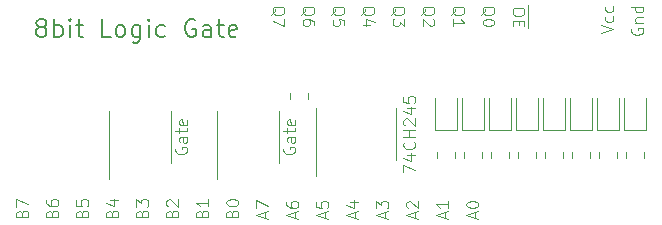
<source format=gbr>
%TF.GenerationSoftware,KiCad,Pcbnew,(5.1.10-1-10_14)*%
%TF.CreationDate,2021-12-18T11:23:09-05:00*%
%TF.ProjectId,Modules,4d6f6475-6c65-4732-9e6b-696361645f70,rev?*%
%TF.SameCoordinates,Original*%
%TF.FileFunction,Legend,Top*%
%TF.FilePolarity,Positive*%
%FSLAX46Y46*%
G04 Gerber Fmt 4.6, Leading zero omitted, Abs format (unit mm)*
G04 Created by KiCad (PCBNEW (5.1.10-1-10_14)) date 2021-12-18 11:23:09*
%MOMM*%
%LPD*%
G01*
G04 APERTURE LIST*
%ADD10C,0.100000*%
%ADD11C,0.150000*%
%ADD12C,0.120000*%
G04 APERTURE END LIST*
D10*
X154646380Y-107805761D02*
X154694000Y-107710523D01*
X154789238Y-107615285D01*
X154932095Y-107472428D01*
X154979714Y-107377190D01*
X154979714Y-107281952D01*
X154741619Y-107329571D02*
X154789238Y-107234333D01*
X154884476Y-107139095D01*
X155074952Y-107091476D01*
X155408285Y-107091476D01*
X155598761Y-107139095D01*
X155694000Y-107234333D01*
X155741619Y-107329571D01*
X155741619Y-107520047D01*
X155694000Y-107615285D01*
X155598761Y-107710523D01*
X155408285Y-107758142D01*
X155074952Y-107758142D01*
X154884476Y-107710523D01*
X154789238Y-107615285D01*
X154741619Y-107520047D01*
X154741619Y-107329571D01*
X155741619Y-108091476D02*
X155741619Y-108758142D01*
X154741619Y-108329571D01*
X157186380Y-107805761D02*
X157234000Y-107710523D01*
X157329238Y-107615285D01*
X157472095Y-107472428D01*
X157519714Y-107377190D01*
X157519714Y-107281952D01*
X157281619Y-107329571D02*
X157329238Y-107234333D01*
X157424476Y-107139095D01*
X157614952Y-107091476D01*
X157948285Y-107091476D01*
X158138761Y-107139095D01*
X158234000Y-107234333D01*
X158281619Y-107329571D01*
X158281619Y-107520047D01*
X158234000Y-107615285D01*
X158138761Y-107710523D01*
X157948285Y-107758142D01*
X157614952Y-107758142D01*
X157424476Y-107710523D01*
X157329238Y-107615285D01*
X157281619Y-107520047D01*
X157281619Y-107329571D01*
X158281619Y-108615285D02*
X158281619Y-108424809D01*
X158234000Y-108329571D01*
X158186380Y-108281952D01*
X158043523Y-108186714D01*
X157853047Y-108139095D01*
X157472095Y-108139095D01*
X157376857Y-108186714D01*
X157329238Y-108234333D01*
X157281619Y-108329571D01*
X157281619Y-108520047D01*
X157329238Y-108615285D01*
X157376857Y-108662904D01*
X157472095Y-108710523D01*
X157710190Y-108710523D01*
X157805428Y-108662904D01*
X157853047Y-108615285D01*
X157900666Y-108520047D01*
X157900666Y-108329571D01*
X157853047Y-108234333D01*
X157805428Y-108186714D01*
X157710190Y-108139095D01*
D11*
X135034928Y-108787428D02*
X134892071Y-108716000D01*
X134820642Y-108644571D01*
X134749214Y-108501714D01*
X134749214Y-108430285D01*
X134820642Y-108287428D01*
X134892071Y-108216000D01*
X135034928Y-108144571D01*
X135320642Y-108144571D01*
X135463500Y-108216000D01*
X135534928Y-108287428D01*
X135606357Y-108430285D01*
X135606357Y-108501714D01*
X135534928Y-108644571D01*
X135463500Y-108716000D01*
X135320642Y-108787428D01*
X135034928Y-108787428D01*
X134892071Y-108858857D01*
X134820642Y-108930285D01*
X134749214Y-109073142D01*
X134749214Y-109358857D01*
X134820642Y-109501714D01*
X134892071Y-109573142D01*
X135034928Y-109644571D01*
X135320642Y-109644571D01*
X135463500Y-109573142D01*
X135534928Y-109501714D01*
X135606357Y-109358857D01*
X135606357Y-109073142D01*
X135534928Y-108930285D01*
X135463500Y-108858857D01*
X135320642Y-108787428D01*
X136249214Y-109644571D02*
X136249214Y-108144571D01*
X136249214Y-108716000D02*
X136392071Y-108644571D01*
X136677785Y-108644571D01*
X136820642Y-108716000D01*
X136892071Y-108787428D01*
X136963500Y-108930285D01*
X136963500Y-109358857D01*
X136892071Y-109501714D01*
X136820642Y-109573142D01*
X136677785Y-109644571D01*
X136392071Y-109644571D01*
X136249214Y-109573142D01*
X137606357Y-109644571D02*
X137606357Y-108644571D01*
X137606357Y-108144571D02*
X137534928Y-108216000D01*
X137606357Y-108287428D01*
X137677785Y-108216000D01*
X137606357Y-108144571D01*
X137606357Y-108287428D01*
X138106357Y-108644571D02*
X138677785Y-108644571D01*
X138320642Y-108144571D02*
X138320642Y-109430285D01*
X138392071Y-109573142D01*
X138534928Y-109644571D01*
X138677785Y-109644571D01*
X141034928Y-109644571D02*
X140320642Y-109644571D01*
X140320642Y-108144571D01*
X141749214Y-109644571D02*
X141606357Y-109573142D01*
X141534928Y-109501714D01*
X141463500Y-109358857D01*
X141463500Y-108930285D01*
X141534928Y-108787428D01*
X141606357Y-108716000D01*
X141749214Y-108644571D01*
X141963500Y-108644571D01*
X142106357Y-108716000D01*
X142177785Y-108787428D01*
X142249214Y-108930285D01*
X142249214Y-109358857D01*
X142177785Y-109501714D01*
X142106357Y-109573142D01*
X141963500Y-109644571D01*
X141749214Y-109644571D01*
X143534928Y-108644571D02*
X143534928Y-109858857D01*
X143463500Y-110001714D01*
X143392071Y-110073142D01*
X143249214Y-110144571D01*
X143034928Y-110144571D01*
X142892071Y-110073142D01*
X143534928Y-109573142D02*
X143392071Y-109644571D01*
X143106357Y-109644571D01*
X142963500Y-109573142D01*
X142892071Y-109501714D01*
X142820642Y-109358857D01*
X142820642Y-108930285D01*
X142892071Y-108787428D01*
X142963500Y-108716000D01*
X143106357Y-108644571D01*
X143392071Y-108644571D01*
X143534928Y-108716000D01*
X144249214Y-109644571D02*
X144249214Y-108644571D01*
X144249214Y-108144571D02*
X144177785Y-108216000D01*
X144249214Y-108287428D01*
X144320642Y-108216000D01*
X144249214Y-108144571D01*
X144249214Y-108287428D01*
X145606357Y-109573142D02*
X145463500Y-109644571D01*
X145177785Y-109644571D01*
X145034928Y-109573142D01*
X144963500Y-109501714D01*
X144892071Y-109358857D01*
X144892071Y-108930285D01*
X144963500Y-108787428D01*
X145034928Y-108716000D01*
X145177785Y-108644571D01*
X145463500Y-108644571D01*
X145606357Y-108716000D01*
X148177785Y-108216000D02*
X148034928Y-108144571D01*
X147820642Y-108144571D01*
X147606357Y-108216000D01*
X147463500Y-108358857D01*
X147392071Y-108501714D01*
X147320642Y-108787428D01*
X147320642Y-109001714D01*
X147392071Y-109287428D01*
X147463500Y-109430285D01*
X147606357Y-109573142D01*
X147820642Y-109644571D01*
X147963500Y-109644571D01*
X148177785Y-109573142D01*
X148249214Y-109501714D01*
X148249214Y-109001714D01*
X147963500Y-109001714D01*
X149534928Y-109644571D02*
X149534928Y-108858857D01*
X149463500Y-108716000D01*
X149320642Y-108644571D01*
X149034928Y-108644571D01*
X148892071Y-108716000D01*
X149534928Y-109573142D02*
X149392071Y-109644571D01*
X149034928Y-109644571D01*
X148892071Y-109573142D01*
X148820642Y-109430285D01*
X148820642Y-109287428D01*
X148892071Y-109144571D01*
X149034928Y-109073142D01*
X149392071Y-109073142D01*
X149534928Y-109001714D01*
X150034928Y-108644571D02*
X150606357Y-108644571D01*
X150249214Y-108144571D02*
X150249214Y-109430285D01*
X150320642Y-109573142D01*
X150463500Y-109644571D01*
X150606357Y-109644571D01*
X151677785Y-109573142D02*
X151534928Y-109644571D01*
X151249214Y-109644571D01*
X151106357Y-109573142D01*
X151034928Y-109430285D01*
X151034928Y-108858857D01*
X151106357Y-108716000D01*
X151249214Y-108644571D01*
X151534928Y-108644571D01*
X151677785Y-108716000D01*
X151749214Y-108858857D01*
X151749214Y-109001714D01*
X151034928Y-109144571D01*
D10*
X185174000Y-108901095D02*
X185126380Y-108996333D01*
X185126380Y-109139190D01*
X185174000Y-109282047D01*
X185269238Y-109377285D01*
X185364476Y-109424904D01*
X185554952Y-109472523D01*
X185697809Y-109472523D01*
X185888285Y-109424904D01*
X185983523Y-109377285D01*
X186078761Y-109282047D01*
X186126380Y-109139190D01*
X186126380Y-109043952D01*
X186078761Y-108901095D01*
X186031142Y-108853476D01*
X185697809Y-108853476D01*
X185697809Y-109043952D01*
X185459714Y-108424904D02*
X186126380Y-108424904D01*
X185554952Y-108424904D02*
X185507333Y-108377285D01*
X185459714Y-108282047D01*
X185459714Y-108139190D01*
X185507333Y-108043952D01*
X185602571Y-107996333D01*
X186126380Y-107996333D01*
X186126380Y-107091571D02*
X185126380Y-107091571D01*
X186078761Y-107091571D02*
X186126380Y-107186809D01*
X186126380Y-107377285D01*
X186078761Y-107472523D01*
X186031142Y-107520142D01*
X185935904Y-107567761D01*
X185650190Y-107567761D01*
X185554952Y-107520142D01*
X185507333Y-107472523D01*
X185459714Y-107377285D01*
X185459714Y-107186809D01*
X185507333Y-107091571D01*
X182586380Y-109313761D02*
X183586380Y-108980428D01*
X182586380Y-108647095D01*
X183538761Y-107885190D02*
X183586380Y-107980428D01*
X183586380Y-108170904D01*
X183538761Y-108266142D01*
X183491142Y-108313761D01*
X183395904Y-108361380D01*
X183110190Y-108361380D01*
X183014952Y-108313761D01*
X182967333Y-108266142D01*
X182919714Y-108170904D01*
X182919714Y-107980428D01*
X182967333Y-107885190D01*
X183538761Y-107028047D02*
X183586380Y-107123285D01*
X183586380Y-107313761D01*
X183538761Y-107409000D01*
X183491142Y-107456619D01*
X183395904Y-107504238D01*
X183110190Y-107504238D01*
X183014952Y-107456619D01*
X182967333Y-107409000D01*
X182919714Y-107313761D01*
X182919714Y-107123285D01*
X182967333Y-107028047D01*
X171870666Y-124966523D02*
X171870666Y-124490333D01*
X172156380Y-125061761D02*
X171156380Y-124728428D01*
X172156380Y-124395095D01*
X171156380Y-123871285D02*
X171156380Y-123776047D01*
X171204000Y-123680809D01*
X171251619Y-123633190D01*
X171346857Y-123585571D01*
X171537333Y-123537952D01*
X171775428Y-123537952D01*
X171965904Y-123585571D01*
X172061142Y-123633190D01*
X172108761Y-123680809D01*
X172156380Y-123776047D01*
X172156380Y-123871285D01*
X172108761Y-123966523D01*
X172061142Y-124014142D01*
X171965904Y-124061761D01*
X171775428Y-124109380D01*
X171537333Y-124109380D01*
X171346857Y-124061761D01*
X171251619Y-124014142D01*
X171204000Y-123966523D01*
X171156380Y-123871285D01*
X169330666Y-124966523D02*
X169330666Y-124490333D01*
X169616380Y-125061761D02*
X168616380Y-124728428D01*
X169616380Y-124395095D01*
X169616380Y-123537952D02*
X169616380Y-124109380D01*
X169616380Y-123823666D02*
X168616380Y-123823666D01*
X168759238Y-123918904D01*
X168854476Y-124014142D01*
X168902095Y-124109380D01*
X166790666Y-124966523D02*
X166790666Y-124490333D01*
X167076380Y-125061761D02*
X166076380Y-124728428D01*
X167076380Y-124395095D01*
X166171619Y-124109380D02*
X166124000Y-124061761D01*
X166076380Y-123966523D01*
X166076380Y-123728428D01*
X166124000Y-123633190D01*
X166171619Y-123585571D01*
X166266857Y-123537952D01*
X166362095Y-123537952D01*
X166504952Y-123585571D01*
X167076380Y-124157000D01*
X167076380Y-123537952D01*
X164250666Y-124966523D02*
X164250666Y-124490333D01*
X164536380Y-125061761D02*
X163536380Y-124728428D01*
X164536380Y-124395095D01*
X163536380Y-124157000D02*
X163536380Y-123537952D01*
X163917333Y-123871285D01*
X163917333Y-123728428D01*
X163964952Y-123633190D01*
X164012571Y-123585571D01*
X164107809Y-123537952D01*
X164345904Y-123537952D01*
X164441142Y-123585571D01*
X164488761Y-123633190D01*
X164536380Y-123728428D01*
X164536380Y-124014142D01*
X164488761Y-124109380D01*
X164441142Y-124157000D01*
X161710666Y-124966523D02*
X161710666Y-124490333D01*
X161996380Y-125061761D02*
X160996380Y-124728428D01*
X161996380Y-124395095D01*
X161329714Y-123633190D02*
X161996380Y-123633190D01*
X160948761Y-123871285D02*
X161663047Y-124109380D01*
X161663047Y-123490333D01*
X159170666Y-124966523D02*
X159170666Y-124490333D01*
X159456380Y-125061761D02*
X158456380Y-124728428D01*
X159456380Y-124395095D01*
X158456380Y-123585571D02*
X158456380Y-124061761D01*
X158932571Y-124109380D01*
X158884952Y-124061761D01*
X158837333Y-123966523D01*
X158837333Y-123728428D01*
X158884952Y-123633190D01*
X158932571Y-123585571D01*
X159027809Y-123537952D01*
X159265904Y-123537952D01*
X159361142Y-123585571D01*
X159408761Y-123633190D01*
X159456380Y-123728428D01*
X159456380Y-123966523D01*
X159408761Y-124061761D01*
X159361142Y-124109380D01*
X156630666Y-124966523D02*
X156630666Y-124490333D01*
X156916380Y-125061761D02*
X155916380Y-124728428D01*
X156916380Y-124395095D01*
X155916380Y-123633190D02*
X155916380Y-123823666D01*
X155964000Y-123918904D01*
X156011619Y-123966523D01*
X156154476Y-124061761D01*
X156344952Y-124109380D01*
X156725904Y-124109380D01*
X156821142Y-124061761D01*
X156868761Y-124014142D01*
X156916380Y-123918904D01*
X156916380Y-123728428D01*
X156868761Y-123633190D01*
X156821142Y-123585571D01*
X156725904Y-123537952D01*
X156487809Y-123537952D01*
X156392571Y-123585571D01*
X156344952Y-123633190D01*
X156297333Y-123728428D01*
X156297333Y-123918904D01*
X156344952Y-124014142D01*
X156392571Y-124061761D01*
X156487809Y-124109380D01*
X154090666Y-124966523D02*
X154090666Y-124490333D01*
X154376380Y-125061761D02*
X153376380Y-124728428D01*
X154376380Y-124395095D01*
X153376380Y-124157000D02*
X153376380Y-123490333D01*
X154376380Y-123918904D01*
X151312571Y-124585571D02*
X151360190Y-124442714D01*
X151407809Y-124395095D01*
X151503047Y-124347476D01*
X151645904Y-124347476D01*
X151741142Y-124395095D01*
X151788761Y-124442714D01*
X151836380Y-124537952D01*
X151836380Y-124918904D01*
X150836380Y-124918904D01*
X150836380Y-124585571D01*
X150884000Y-124490333D01*
X150931619Y-124442714D01*
X151026857Y-124395095D01*
X151122095Y-124395095D01*
X151217333Y-124442714D01*
X151264952Y-124490333D01*
X151312571Y-124585571D01*
X151312571Y-124918904D01*
X150836380Y-123728428D02*
X150836380Y-123633190D01*
X150884000Y-123537952D01*
X150931619Y-123490333D01*
X151026857Y-123442714D01*
X151217333Y-123395095D01*
X151455428Y-123395095D01*
X151645904Y-123442714D01*
X151741142Y-123490333D01*
X151788761Y-123537952D01*
X151836380Y-123633190D01*
X151836380Y-123728428D01*
X151788761Y-123823666D01*
X151741142Y-123871285D01*
X151645904Y-123918904D01*
X151455428Y-123966523D01*
X151217333Y-123966523D01*
X151026857Y-123918904D01*
X150931619Y-123871285D01*
X150884000Y-123823666D01*
X150836380Y-123728428D01*
X148772571Y-124585571D02*
X148820190Y-124442714D01*
X148867809Y-124395095D01*
X148963047Y-124347476D01*
X149105904Y-124347476D01*
X149201142Y-124395095D01*
X149248761Y-124442714D01*
X149296380Y-124537952D01*
X149296380Y-124918904D01*
X148296380Y-124918904D01*
X148296380Y-124585571D01*
X148344000Y-124490333D01*
X148391619Y-124442714D01*
X148486857Y-124395095D01*
X148582095Y-124395095D01*
X148677333Y-124442714D01*
X148724952Y-124490333D01*
X148772571Y-124585571D01*
X148772571Y-124918904D01*
X149296380Y-123395095D02*
X149296380Y-123966523D01*
X149296380Y-123680809D02*
X148296380Y-123680809D01*
X148439238Y-123776047D01*
X148534476Y-123871285D01*
X148582095Y-123966523D01*
X146232571Y-124585571D02*
X146280190Y-124442714D01*
X146327809Y-124395095D01*
X146423047Y-124347476D01*
X146565904Y-124347476D01*
X146661142Y-124395095D01*
X146708761Y-124442714D01*
X146756380Y-124537952D01*
X146756380Y-124918904D01*
X145756380Y-124918904D01*
X145756380Y-124585571D01*
X145804000Y-124490333D01*
X145851619Y-124442714D01*
X145946857Y-124395095D01*
X146042095Y-124395095D01*
X146137333Y-124442714D01*
X146184952Y-124490333D01*
X146232571Y-124585571D01*
X146232571Y-124918904D01*
X145851619Y-123966523D02*
X145804000Y-123918904D01*
X145756380Y-123823666D01*
X145756380Y-123585571D01*
X145804000Y-123490333D01*
X145851619Y-123442714D01*
X145946857Y-123395095D01*
X146042095Y-123395095D01*
X146184952Y-123442714D01*
X146756380Y-124014142D01*
X146756380Y-123395095D01*
X143692571Y-124585571D02*
X143740190Y-124442714D01*
X143787809Y-124395095D01*
X143883047Y-124347476D01*
X144025904Y-124347476D01*
X144121142Y-124395095D01*
X144168761Y-124442714D01*
X144216380Y-124537952D01*
X144216380Y-124918904D01*
X143216380Y-124918904D01*
X143216380Y-124585571D01*
X143264000Y-124490333D01*
X143311619Y-124442714D01*
X143406857Y-124395095D01*
X143502095Y-124395095D01*
X143597333Y-124442714D01*
X143644952Y-124490333D01*
X143692571Y-124585571D01*
X143692571Y-124918904D01*
X143216380Y-124014142D02*
X143216380Y-123395095D01*
X143597333Y-123728428D01*
X143597333Y-123585571D01*
X143644952Y-123490333D01*
X143692571Y-123442714D01*
X143787809Y-123395095D01*
X144025904Y-123395095D01*
X144121142Y-123442714D01*
X144168761Y-123490333D01*
X144216380Y-123585571D01*
X144216380Y-123871285D01*
X144168761Y-123966523D01*
X144121142Y-124014142D01*
X141152571Y-124585571D02*
X141200190Y-124442714D01*
X141247809Y-124395095D01*
X141343047Y-124347476D01*
X141485904Y-124347476D01*
X141581142Y-124395095D01*
X141628761Y-124442714D01*
X141676380Y-124537952D01*
X141676380Y-124918904D01*
X140676380Y-124918904D01*
X140676380Y-124585571D01*
X140724000Y-124490333D01*
X140771619Y-124442714D01*
X140866857Y-124395095D01*
X140962095Y-124395095D01*
X141057333Y-124442714D01*
X141104952Y-124490333D01*
X141152571Y-124585571D01*
X141152571Y-124918904D01*
X141009714Y-123490333D02*
X141676380Y-123490333D01*
X140628761Y-123728428D02*
X141343047Y-123966523D01*
X141343047Y-123347476D01*
X138612571Y-124585571D02*
X138660190Y-124442714D01*
X138707809Y-124395095D01*
X138803047Y-124347476D01*
X138945904Y-124347476D01*
X139041142Y-124395095D01*
X139088761Y-124442714D01*
X139136380Y-124537952D01*
X139136380Y-124918904D01*
X138136380Y-124918904D01*
X138136380Y-124585571D01*
X138184000Y-124490333D01*
X138231619Y-124442714D01*
X138326857Y-124395095D01*
X138422095Y-124395095D01*
X138517333Y-124442714D01*
X138564952Y-124490333D01*
X138612571Y-124585571D01*
X138612571Y-124918904D01*
X138136380Y-123442714D02*
X138136380Y-123918904D01*
X138612571Y-123966523D01*
X138564952Y-123918904D01*
X138517333Y-123823666D01*
X138517333Y-123585571D01*
X138564952Y-123490333D01*
X138612571Y-123442714D01*
X138707809Y-123395095D01*
X138945904Y-123395095D01*
X139041142Y-123442714D01*
X139088761Y-123490333D01*
X139136380Y-123585571D01*
X139136380Y-123823666D01*
X139088761Y-123918904D01*
X139041142Y-123966523D01*
X136072571Y-124585571D02*
X136120190Y-124442714D01*
X136167809Y-124395095D01*
X136263047Y-124347476D01*
X136405904Y-124347476D01*
X136501142Y-124395095D01*
X136548761Y-124442714D01*
X136596380Y-124537952D01*
X136596380Y-124918904D01*
X135596380Y-124918904D01*
X135596380Y-124585571D01*
X135644000Y-124490333D01*
X135691619Y-124442714D01*
X135786857Y-124395095D01*
X135882095Y-124395095D01*
X135977333Y-124442714D01*
X136024952Y-124490333D01*
X136072571Y-124585571D01*
X136072571Y-124918904D01*
X135596380Y-123490333D02*
X135596380Y-123680809D01*
X135644000Y-123776047D01*
X135691619Y-123823666D01*
X135834476Y-123918904D01*
X136024952Y-123966523D01*
X136405904Y-123966523D01*
X136501142Y-123918904D01*
X136548761Y-123871285D01*
X136596380Y-123776047D01*
X136596380Y-123585571D01*
X136548761Y-123490333D01*
X136501142Y-123442714D01*
X136405904Y-123395095D01*
X136167809Y-123395095D01*
X136072571Y-123442714D01*
X136024952Y-123490333D01*
X135977333Y-123585571D01*
X135977333Y-123776047D01*
X136024952Y-123871285D01*
X136072571Y-123918904D01*
X136167809Y-123966523D01*
X133532571Y-124585571D02*
X133580190Y-124442714D01*
X133627809Y-124395095D01*
X133723047Y-124347476D01*
X133865904Y-124347476D01*
X133961142Y-124395095D01*
X134008761Y-124442714D01*
X134056380Y-124537952D01*
X134056380Y-124918904D01*
X133056380Y-124918904D01*
X133056380Y-124585571D01*
X133104000Y-124490333D01*
X133151619Y-124442714D01*
X133246857Y-124395095D01*
X133342095Y-124395095D01*
X133437333Y-124442714D01*
X133484952Y-124490333D01*
X133532571Y-124585571D01*
X133532571Y-124918904D01*
X133056380Y-124014142D02*
X133056380Y-123347476D01*
X134056380Y-123776047D01*
X159726380Y-107805761D02*
X159774000Y-107710523D01*
X159869238Y-107615285D01*
X160012095Y-107472428D01*
X160059714Y-107377190D01*
X160059714Y-107281952D01*
X159821619Y-107329571D02*
X159869238Y-107234333D01*
X159964476Y-107139095D01*
X160154952Y-107091476D01*
X160488285Y-107091476D01*
X160678761Y-107139095D01*
X160774000Y-107234333D01*
X160821619Y-107329571D01*
X160821619Y-107520047D01*
X160774000Y-107615285D01*
X160678761Y-107710523D01*
X160488285Y-107758142D01*
X160154952Y-107758142D01*
X159964476Y-107710523D01*
X159869238Y-107615285D01*
X159821619Y-107520047D01*
X159821619Y-107329571D01*
X160821619Y-108662904D02*
X160821619Y-108186714D01*
X160345428Y-108139095D01*
X160393047Y-108186714D01*
X160440666Y-108281952D01*
X160440666Y-108520047D01*
X160393047Y-108615285D01*
X160345428Y-108662904D01*
X160250190Y-108710523D01*
X160012095Y-108710523D01*
X159916857Y-108662904D01*
X159869238Y-108615285D01*
X159821619Y-108520047D01*
X159821619Y-108281952D01*
X159869238Y-108186714D01*
X159916857Y-108139095D01*
X162266380Y-107805761D02*
X162314000Y-107710523D01*
X162409238Y-107615285D01*
X162552095Y-107472428D01*
X162599714Y-107377190D01*
X162599714Y-107281952D01*
X162361619Y-107329571D02*
X162409238Y-107234333D01*
X162504476Y-107139095D01*
X162694952Y-107091476D01*
X163028285Y-107091476D01*
X163218761Y-107139095D01*
X163314000Y-107234333D01*
X163361619Y-107329571D01*
X163361619Y-107520047D01*
X163314000Y-107615285D01*
X163218761Y-107710523D01*
X163028285Y-107758142D01*
X162694952Y-107758142D01*
X162504476Y-107710523D01*
X162409238Y-107615285D01*
X162361619Y-107520047D01*
X162361619Y-107329571D01*
X163028285Y-108615285D02*
X162361619Y-108615285D01*
X163409238Y-108377190D02*
X162694952Y-108139095D01*
X162694952Y-108758142D01*
X164806380Y-107805761D02*
X164854000Y-107710523D01*
X164949238Y-107615285D01*
X165092095Y-107472428D01*
X165139714Y-107377190D01*
X165139714Y-107281952D01*
X164901619Y-107329571D02*
X164949238Y-107234333D01*
X165044476Y-107139095D01*
X165234952Y-107091476D01*
X165568285Y-107091476D01*
X165758761Y-107139095D01*
X165854000Y-107234333D01*
X165901619Y-107329571D01*
X165901619Y-107520047D01*
X165854000Y-107615285D01*
X165758761Y-107710523D01*
X165568285Y-107758142D01*
X165234952Y-107758142D01*
X165044476Y-107710523D01*
X164949238Y-107615285D01*
X164901619Y-107520047D01*
X164901619Y-107329571D01*
X165901619Y-108091476D02*
X165901619Y-108710523D01*
X165520666Y-108377190D01*
X165520666Y-108520047D01*
X165473047Y-108615285D01*
X165425428Y-108662904D01*
X165330190Y-108710523D01*
X165092095Y-108710523D01*
X164996857Y-108662904D01*
X164949238Y-108615285D01*
X164901619Y-108520047D01*
X164901619Y-108234333D01*
X164949238Y-108139095D01*
X164996857Y-108091476D01*
X167346380Y-107805761D02*
X167394000Y-107710523D01*
X167489238Y-107615285D01*
X167632095Y-107472428D01*
X167679714Y-107377190D01*
X167679714Y-107281952D01*
X167441619Y-107329571D02*
X167489238Y-107234333D01*
X167584476Y-107139095D01*
X167774952Y-107091476D01*
X168108285Y-107091476D01*
X168298761Y-107139095D01*
X168394000Y-107234333D01*
X168441619Y-107329571D01*
X168441619Y-107520047D01*
X168394000Y-107615285D01*
X168298761Y-107710523D01*
X168108285Y-107758142D01*
X167774952Y-107758142D01*
X167584476Y-107710523D01*
X167489238Y-107615285D01*
X167441619Y-107520047D01*
X167441619Y-107329571D01*
X168346380Y-108139095D02*
X168394000Y-108186714D01*
X168441619Y-108281952D01*
X168441619Y-108520047D01*
X168394000Y-108615285D01*
X168346380Y-108662904D01*
X168251142Y-108710523D01*
X168155904Y-108710523D01*
X168013047Y-108662904D01*
X167441619Y-108091476D01*
X167441619Y-108710523D01*
X169886380Y-107805761D02*
X169934000Y-107710523D01*
X170029238Y-107615285D01*
X170172095Y-107472428D01*
X170219714Y-107377190D01*
X170219714Y-107281952D01*
X169981619Y-107329571D02*
X170029238Y-107234333D01*
X170124476Y-107139095D01*
X170314952Y-107091476D01*
X170648285Y-107091476D01*
X170838761Y-107139095D01*
X170934000Y-107234333D01*
X170981619Y-107329571D01*
X170981619Y-107520047D01*
X170934000Y-107615285D01*
X170838761Y-107710523D01*
X170648285Y-107758142D01*
X170314952Y-107758142D01*
X170124476Y-107710523D01*
X170029238Y-107615285D01*
X169981619Y-107520047D01*
X169981619Y-107329571D01*
X169981619Y-108710523D02*
X169981619Y-108139095D01*
X169981619Y-108424809D02*
X170981619Y-108424809D01*
X170838761Y-108329571D01*
X170743523Y-108234333D01*
X170695904Y-108139095D01*
X172426380Y-107805761D02*
X172474000Y-107710523D01*
X172569238Y-107615285D01*
X172712095Y-107472428D01*
X172759714Y-107377190D01*
X172759714Y-107281952D01*
X172521619Y-107329571D02*
X172569238Y-107234333D01*
X172664476Y-107139095D01*
X172854952Y-107091476D01*
X173188285Y-107091476D01*
X173378761Y-107139095D01*
X173474000Y-107234333D01*
X173521619Y-107329571D01*
X173521619Y-107520047D01*
X173474000Y-107615285D01*
X173378761Y-107710523D01*
X173188285Y-107758142D01*
X172854952Y-107758142D01*
X172664476Y-107710523D01*
X172569238Y-107615285D01*
X172521619Y-107520047D01*
X172521619Y-107329571D01*
X173521619Y-108377190D02*
X173521619Y-108472428D01*
X173474000Y-108567666D01*
X173426380Y-108615285D01*
X173331142Y-108662904D01*
X173140666Y-108710523D01*
X172902571Y-108710523D01*
X172712095Y-108662904D01*
X172616857Y-108615285D01*
X172569238Y-108567666D01*
X172521619Y-108472428D01*
X172521619Y-108377190D01*
X172569238Y-108281952D01*
X172616857Y-108234333D01*
X172712095Y-108186714D01*
X172902571Y-108139095D01*
X173140666Y-108139095D01*
X173331142Y-108186714D01*
X173426380Y-108234333D01*
X173474000Y-108281952D01*
X173521619Y-108377190D01*
X176364000Y-106973809D02*
X176364000Y-108021428D01*
X176061619Y-107402380D02*
X176061619Y-107592857D01*
X176014000Y-107688095D01*
X175918761Y-107783333D01*
X175728285Y-107830952D01*
X175394952Y-107830952D01*
X175204476Y-107783333D01*
X175109238Y-107688095D01*
X175061619Y-107592857D01*
X175061619Y-107402380D01*
X175109238Y-107307142D01*
X175204476Y-107211904D01*
X175394952Y-107164285D01*
X175728285Y-107164285D01*
X175918761Y-107211904D01*
X176014000Y-107307142D01*
X176061619Y-107402380D01*
X176364000Y-108021428D02*
X176364000Y-108926190D01*
X175585428Y-108259523D02*
X175585428Y-108592857D01*
X175061619Y-108735714D02*
X175061619Y-108259523D01*
X176061619Y-108259523D01*
X176061619Y-108735714D01*
D12*
%TO.C,R8*%
X186155000Y-119406936D02*
X186155000Y-119861064D01*
X184685000Y-119406936D02*
X184685000Y-119861064D01*
%TO.C,R7*%
X183869000Y-119406936D02*
X183869000Y-119861064D01*
X182399000Y-119406936D02*
X182399000Y-119861064D01*
%TO.C,R6*%
X181583000Y-119406936D02*
X181583000Y-119861064D01*
X180113000Y-119406936D02*
X180113000Y-119861064D01*
%TO.C,R5*%
X179297000Y-119406936D02*
X179297000Y-119861064D01*
X177827000Y-119406936D02*
X177827000Y-119861064D01*
%TO.C,R4*%
X177011000Y-119406936D02*
X177011000Y-119861064D01*
X175541000Y-119406936D02*
X175541000Y-119861064D01*
%TO.C,R3*%
X174725000Y-119406936D02*
X174725000Y-119861064D01*
X173255000Y-119406936D02*
X173255000Y-119861064D01*
%TO.C,R2*%
X172439000Y-119406936D02*
X172439000Y-119861064D01*
X170969000Y-119406936D02*
X170969000Y-119861064D01*
%TO.C,R1*%
X170153000Y-119406936D02*
X170153000Y-119861064D01*
X168683000Y-119406936D02*
X168683000Y-119861064D01*
%TO.C,D8*%
X184460000Y-114824000D02*
X184460000Y-117509000D01*
X184460000Y-117509000D02*
X186380000Y-117509000D01*
X186380000Y-117509000D02*
X186380000Y-114824000D01*
%TO.C,D7*%
X182174000Y-114824000D02*
X182174000Y-117509000D01*
X182174000Y-117509000D02*
X184094000Y-117509000D01*
X184094000Y-117509000D02*
X184094000Y-114824000D01*
%TO.C,D6*%
X179888000Y-114824000D02*
X179888000Y-117509000D01*
X179888000Y-117509000D02*
X181808000Y-117509000D01*
X181808000Y-117509000D02*
X181808000Y-114824000D01*
%TO.C,D5*%
X177602000Y-114824000D02*
X177602000Y-117509000D01*
X177602000Y-117509000D02*
X179522000Y-117509000D01*
X179522000Y-117509000D02*
X179522000Y-114824000D01*
%TO.C,D4*%
X175316000Y-114824000D02*
X175316000Y-117509000D01*
X175316000Y-117509000D02*
X177236000Y-117509000D01*
X177236000Y-117509000D02*
X177236000Y-114824000D01*
%TO.C,D3*%
X173030000Y-114824000D02*
X173030000Y-117509000D01*
X173030000Y-117509000D02*
X174950000Y-117509000D01*
X174950000Y-117509000D02*
X174950000Y-114824000D01*
%TO.C,D2*%
X170744000Y-114824000D02*
X170744000Y-117509000D01*
X170744000Y-117509000D02*
X172664000Y-117509000D01*
X172664000Y-117509000D02*
X172664000Y-114824000D01*
%TO.C,D1*%
X168458000Y-114824000D02*
X168458000Y-117509000D01*
X168458000Y-117509000D02*
X170378000Y-117509000D01*
X170378000Y-117509000D02*
X170378000Y-114824000D01*
%TO.C,C1*%
X156237000Y-114881252D02*
X156237000Y-114358748D01*
X157707000Y-114881252D02*
X157707000Y-114358748D01*
%TO.C,U1*%
X165195000Y-117856000D02*
X165195000Y-115656000D01*
X165195000Y-117856000D02*
X165195000Y-120056000D01*
X158425000Y-117856000D02*
X158425000Y-115656000D01*
X158425000Y-117856000D02*
X158425000Y-121456000D01*
%TO.C,U8*%
X140900000Y-118110000D02*
X140900000Y-121710000D01*
X140900000Y-118110000D02*
X140900000Y-115910000D01*
X146120000Y-118110000D02*
X146120000Y-120310000D01*
X146120000Y-118110000D02*
X146120000Y-115910000D01*
%TO.C,U7*%
X150044000Y-118110000D02*
X150044000Y-121710000D01*
X150044000Y-118110000D02*
X150044000Y-115910000D01*
X155264000Y-118110000D02*
X155264000Y-120310000D01*
X155264000Y-118110000D02*
X155264000Y-115910000D01*
%TO.C,U1*%
D10*
X165822380Y-121117904D02*
X165822380Y-120451238D01*
X166822380Y-120879809D01*
X166155714Y-119641714D02*
X166822380Y-119641714D01*
X165774761Y-119879809D02*
X166489047Y-120117904D01*
X166489047Y-119498857D01*
X166727142Y-118546476D02*
X166774761Y-118594095D01*
X166822380Y-118736952D01*
X166822380Y-118832190D01*
X166774761Y-118975047D01*
X166679523Y-119070285D01*
X166584285Y-119117904D01*
X166393809Y-119165523D01*
X166250952Y-119165523D01*
X166060476Y-119117904D01*
X165965238Y-119070285D01*
X165870000Y-118975047D01*
X165822380Y-118832190D01*
X165822380Y-118736952D01*
X165870000Y-118594095D01*
X165917619Y-118546476D01*
X166822380Y-118117904D02*
X165822380Y-118117904D01*
X166298571Y-118117904D02*
X166298571Y-117546476D01*
X166822380Y-117546476D02*
X165822380Y-117546476D01*
X165917619Y-117117904D02*
X165870000Y-117070285D01*
X165822380Y-116975047D01*
X165822380Y-116736952D01*
X165870000Y-116641714D01*
X165917619Y-116594095D01*
X166012857Y-116546476D01*
X166108095Y-116546476D01*
X166250952Y-116594095D01*
X166822380Y-117165523D01*
X166822380Y-116546476D01*
X166155714Y-115689333D02*
X166822380Y-115689333D01*
X165774761Y-115927428D02*
X166489047Y-116165523D01*
X166489047Y-115546476D01*
X165822380Y-114689333D02*
X165822380Y-115165523D01*
X166298571Y-115213142D01*
X166250952Y-115165523D01*
X166203333Y-115070285D01*
X166203333Y-114832190D01*
X166250952Y-114736952D01*
X166298571Y-114689333D01*
X166393809Y-114641714D01*
X166631904Y-114641714D01*
X166727142Y-114689333D01*
X166774761Y-114736952D01*
X166822380Y-114832190D01*
X166822380Y-115070285D01*
X166774761Y-115165523D01*
X166727142Y-115213142D01*
%TO.C,U8*%
X146566000Y-119014761D02*
X146518380Y-119110000D01*
X146518380Y-119252857D01*
X146566000Y-119395714D01*
X146661238Y-119490952D01*
X146756476Y-119538571D01*
X146946952Y-119586190D01*
X147089809Y-119586190D01*
X147280285Y-119538571D01*
X147375523Y-119490952D01*
X147470761Y-119395714D01*
X147518380Y-119252857D01*
X147518380Y-119157619D01*
X147470761Y-119014761D01*
X147423142Y-118967142D01*
X147089809Y-118967142D01*
X147089809Y-119157619D01*
X147518380Y-118110000D02*
X146994571Y-118110000D01*
X146899333Y-118157619D01*
X146851714Y-118252857D01*
X146851714Y-118443333D01*
X146899333Y-118538571D01*
X147470761Y-118110000D02*
X147518380Y-118205238D01*
X147518380Y-118443333D01*
X147470761Y-118538571D01*
X147375523Y-118586190D01*
X147280285Y-118586190D01*
X147185047Y-118538571D01*
X147137428Y-118443333D01*
X147137428Y-118205238D01*
X147089809Y-118110000D01*
X146851714Y-117776666D02*
X146851714Y-117395714D01*
X146518380Y-117633809D02*
X147375523Y-117633809D01*
X147470761Y-117586190D01*
X147518380Y-117490952D01*
X147518380Y-117395714D01*
X147470761Y-116681428D02*
X147518380Y-116776666D01*
X147518380Y-116967142D01*
X147470761Y-117062380D01*
X147375523Y-117110000D01*
X146994571Y-117110000D01*
X146899333Y-117062380D01*
X146851714Y-116967142D01*
X146851714Y-116776666D01*
X146899333Y-116681428D01*
X146994571Y-116633809D01*
X147089809Y-116633809D01*
X147185047Y-117110000D01*
%TO.C,U7*%
X155710000Y-119014761D02*
X155662380Y-119110000D01*
X155662380Y-119252857D01*
X155710000Y-119395714D01*
X155805238Y-119490952D01*
X155900476Y-119538571D01*
X156090952Y-119586190D01*
X156233809Y-119586190D01*
X156424285Y-119538571D01*
X156519523Y-119490952D01*
X156614761Y-119395714D01*
X156662380Y-119252857D01*
X156662380Y-119157619D01*
X156614761Y-119014761D01*
X156567142Y-118967142D01*
X156233809Y-118967142D01*
X156233809Y-119157619D01*
X156662380Y-118110000D02*
X156138571Y-118110000D01*
X156043333Y-118157619D01*
X155995714Y-118252857D01*
X155995714Y-118443333D01*
X156043333Y-118538571D01*
X156614761Y-118110000D02*
X156662380Y-118205238D01*
X156662380Y-118443333D01*
X156614761Y-118538571D01*
X156519523Y-118586190D01*
X156424285Y-118586190D01*
X156329047Y-118538571D01*
X156281428Y-118443333D01*
X156281428Y-118205238D01*
X156233809Y-118110000D01*
X155995714Y-117776666D02*
X155995714Y-117395714D01*
X155662380Y-117633809D02*
X156519523Y-117633809D01*
X156614761Y-117586190D01*
X156662380Y-117490952D01*
X156662380Y-117395714D01*
X156614761Y-116681428D02*
X156662380Y-116776666D01*
X156662380Y-116967142D01*
X156614761Y-117062380D01*
X156519523Y-117110000D01*
X156138571Y-117110000D01*
X156043333Y-117062380D01*
X155995714Y-116967142D01*
X155995714Y-116776666D01*
X156043333Y-116681428D01*
X156138571Y-116633809D01*
X156233809Y-116633809D01*
X156329047Y-117110000D01*
%TD*%
M02*

</source>
